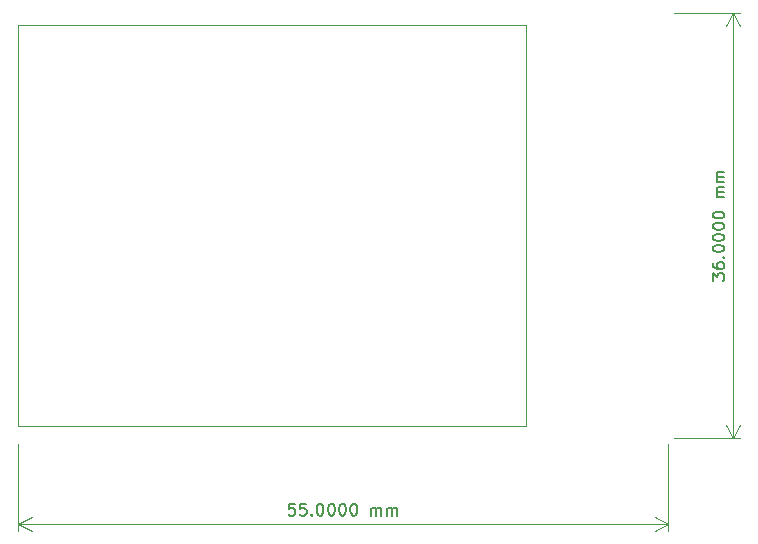
<source format=gbr>
%TF.GenerationSoftware,KiCad,Pcbnew,8.0.5-8.0.5-0~ubuntu24.04.1*%
%TF.CreationDate,2025-02-20T13:25:03+01:00*%
%TF.ProjectId,dev_board_M0,6465765f-626f-4617-9264-5f4d302e6b69,rev?*%
%TF.SameCoordinates,Original*%
%TF.FileFunction,Profile,NP*%
%FSLAX46Y46*%
G04 Gerber Fmt 4.6, Leading zero omitted, Abs format (unit mm)*
G04 Created by KiCad (PCBNEW 8.0.5-8.0.5-0~ubuntu24.04.1) date 2025-02-20 13:25:03*
%MOMM*%
%LPD*%
G01*
G04 APERTURE LIST*
%TA.AperFunction,Profile*%
%ADD10C,0.050000*%
%TD*%
%ADD11C,0.150000*%
G04 APERTURE END LIST*
D10*
X148000000Y-95000000D02*
X148000000Y-61000000D01*
X105000000Y-95000000D02*
X148000000Y-95000000D01*
X148000000Y-61000000D02*
X105000000Y-61000000D01*
X105000000Y-61000000D02*
X105000000Y-95000000D01*
D11*
X163785165Y-82666665D02*
X163785165Y-82047618D01*
X163785165Y-82047618D02*
X164166117Y-82380951D01*
X164166117Y-82380951D02*
X164166117Y-82238094D01*
X164166117Y-82238094D02*
X164213736Y-82142856D01*
X164213736Y-82142856D02*
X164261355Y-82095237D01*
X164261355Y-82095237D02*
X164356593Y-82047618D01*
X164356593Y-82047618D02*
X164594688Y-82047618D01*
X164594688Y-82047618D02*
X164689926Y-82095237D01*
X164689926Y-82095237D02*
X164737546Y-82142856D01*
X164737546Y-82142856D02*
X164785165Y-82238094D01*
X164785165Y-82238094D02*
X164785165Y-82523808D01*
X164785165Y-82523808D02*
X164737546Y-82619046D01*
X164737546Y-82619046D02*
X164689926Y-82666665D01*
X163785165Y-81190475D02*
X163785165Y-81380951D01*
X163785165Y-81380951D02*
X163832784Y-81476189D01*
X163832784Y-81476189D02*
X163880403Y-81523808D01*
X163880403Y-81523808D02*
X164023260Y-81619046D01*
X164023260Y-81619046D02*
X164213736Y-81666665D01*
X164213736Y-81666665D02*
X164594688Y-81666665D01*
X164594688Y-81666665D02*
X164689926Y-81619046D01*
X164689926Y-81619046D02*
X164737546Y-81571427D01*
X164737546Y-81571427D02*
X164785165Y-81476189D01*
X164785165Y-81476189D02*
X164785165Y-81285713D01*
X164785165Y-81285713D02*
X164737546Y-81190475D01*
X164737546Y-81190475D02*
X164689926Y-81142856D01*
X164689926Y-81142856D02*
X164594688Y-81095237D01*
X164594688Y-81095237D02*
X164356593Y-81095237D01*
X164356593Y-81095237D02*
X164261355Y-81142856D01*
X164261355Y-81142856D02*
X164213736Y-81190475D01*
X164213736Y-81190475D02*
X164166117Y-81285713D01*
X164166117Y-81285713D02*
X164166117Y-81476189D01*
X164166117Y-81476189D02*
X164213736Y-81571427D01*
X164213736Y-81571427D02*
X164261355Y-81619046D01*
X164261355Y-81619046D02*
X164356593Y-81666665D01*
X164689926Y-80666665D02*
X164737546Y-80619046D01*
X164737546Y-80619046D02*
X164785165Y-80666665D01*
X164785165Y-80666665D02*
X164737546Y-80714284D01*
X164737546Y-80714284D02*
X164689926Y-80666665D01*
X164689926Y-80666665D02*
X164785165Y-80666665D01*
X163785165Y-79999999D02*
X163785165Y-79904761D01*
X163785165Y-79904761D02*
X163832784Y-79809523D01*
X163832784Y-79809523D02*
X163880403Y-79761904D01*
X163880403Y-79761904D02*
X163975641Y-79714285D01*
X163975641Y-79714285D02*
X164166117Y-79666666D01*
X164166117Y-79666666D02*
X164404212Y-79666666D01*
X164404212Y-79666666D02*
X164594688Y-79714285D01*
X164594688Y-79714285D02*
X164689926Y-79761904D01*
X164689926Y-79761904D02*
X164737546Y-79809523D01*
X164737546Y-79809523D02*
X164785165Y-79904761D01*
X164785165Y-79904761D02*
X164785165Y-79999999D01*
X164785165Y-79999999D02*
X164737546Y-80095237D01*
X164737546Y-80095237D02*
X164689926Y-80142856D01*
X164689926Y-80142856D02*
X164594688Y-80190475D01*
X164594688Y-80190475D02*
X164404212Y-80238094D01*
X164404212Y-80238094D02*
X164166117Y-80238094D01*
X164166117Y-80238094D02*
X163975641Y-80190475D01*
X163975641Y-80190475D02*
X163880403Y-80142856D01*
X163880403Y-80142856D02*
X163832784Y-80095237D01*
X163832784Y-80095237D02*
X163785165Y-79999999D01*
X163785165Y-79047618D02*
X163785165Y-78952380D01*
X163785165Y-78952380D02*
X163832784Y-78857142D01*
X163832784Y-78857142D02*
X163880403Y-78809523D01*
X163880403Y-78809523D02*
X163975641Y-78761904D01*
X163975641Y-78761904D02*
X164166117Y-78714285D01*
X164166117Y-78714285D02*
X164404212Y-78714285D01*
X164404212Y-78714285D02*
X164594688Y-78761904D01*
X164594688Y-78761904D02*
X164689926Y-78809523D01*
X164689926Y-78809523D02*
X164737546Y-78857142D01*
X164737546Y-78857142D02*
X164785165Y-78952380D01*
X164785165Y-78952380D02*
X164785165Y-79047618D01*
X164785165Y-79047618D02*
X164737546Y-79142856D01*
X164737546Y-79142856D02*
X164689926Y-79190475D01*
X164689926Y-79190475D02*
X164594688Y-79238094D01*
X164594688Y-79238094D02*
X164404212Y-79285713D01*
X164404212Y-79285713D02*
X164166117Y-79285713D01*
X164166117Y-79285713D02*
X163975641Y-79238094D01*
X163975641Y-79238094D02*
X163880403Y-79190475D01*
X163880403Y-79190475D02*
X163832784Y-79142856D01*
X163832784Y-79142856D02*
X163785165Y-79047618D01*
X163785165Y-78095237D02*
X163785165Y-77999999D01*
X163785165Y-77999999D02*
X163832784Y-77904761D01*
X163832784Y-77904761D02*
X163880403Y-77857142D01*
X163880403Y-77857142D02*
X163975641Y-77809523D01*
X163975641Y-77809523D02*
X164166117Y-77761904D01*
X164166117Y-77761904D02*
X164404212Y-77761904D01*
X164404212Y-77761904D02*
X164594688Y-77809523D01*
X164594688Y-77809523D02*
X164689926Y-77857142D01*
X164689926Y-77857142D02*
X164737546Y-77904761D01*
X164737546Y-77904761D02*
X164785165Y-77999999D01*
X164785165Y-77999999D02*
X164785165Y-78095237D01*
X164785165Y-78095237D02*
X164737546Y-78190475D01*
X164737546Y-78190475D02*
X164689926Y-78238094D01*
X164689926Y-78238094D02*
X164594688Y-78285713D01*
X164594688Y-78285713D02*
X164404212Y-78333332D01*
X164404212Y-78333332D02*
X164166117Y-78333332D01*
X164166117Y-78333332D02*
X163975641Y-78285713D01*
X163975641Y-78285713D02*
X163880403Y-78238094D01*
X163880403Y-78238094D02*
X163832784Y-78190475D01*
X163832784Y-78190475D02*
X163785165Y-78095237D01*
X163785165Y-77142856D02*
X163785165Y-77047618D01*
X163785165Y-77047618D02*
X163832784Y-76952380D01*
X163832784Y-76952380D02*
X163880403Y-76904761D01*
X163880403Y-76904761D02*
X163975641Y-76857142D01*
X163975641Y-76857142D02*
X164166117Y-76809523D01*
X164166117Y-76809523D02*
X164404212Y-76809523D01*
X164404212Y-76809523D02*
X164594688Y-76857142D01*
X164594688Y-76857142D02*
X164689926Y-76904761D01*
X164689926Y-76904761D02*
X164737546Y-76952380D01*
X164737546Y-76952380D02*
X164785165Y-77047618D01*
X164785165Y-77047618D02*
X164785165Y-77142856D01*
X164785165Y-77142856D02*
X164737546Y-77238094D01*
X164737546Y-77238094D02*
X164689926Y-77285713D01*
X164689926Y-77285713D02*
X164594688Y-77333332D01*
X164594688Y-77333332D02*
X164404212Y-77380951D01*
X164404212Y-77380951D02*
X164166117Y-77380951D01*
X164166117Y-77380951D02*
X163975641Y-77333332D01*
X163975641Y-77333332D02*
X163880403Y-77285713D01*
X163880403Y-77285713D02*
X163832784Y-77238094D01*
X163832784Y-77238094D02*
X163785165Y-77142856D01*
X164785165Y-75619046D02*
X164118498Y-75619046D01*
X164213736Y-75619046D02*
X164166117Y-75571427D01*
X164166117Y-75571427D02*
X164118498Y-75476189D01*
X164118498Y-75476189D02*
X164118498Y-75333332D01*
X164118498Y-75333332D02*
X164166117Y-75238094D01*
X164166117Y-75238094D02*
X164261355Y-75190475D01*
X164261355Y-75190475D02*
X164785165Y-75190475D01*
X164261355Y-75190475D02*
X164166117Y-75142856D01*
X164166117Y-75142856D02*
X164118498Y-75047618D01*
X164118498Y-75047618D02*
X164118498Y-74904761D01*
X164118498Y-74904761D02*
X164166117Y-74809522D01*
X164166117Y-74809522D02*
X164261355Y-74761903D01*
X164261355Y-74761903D02*
X164785165Y-74761903D01*
X164785165Y-74285713D02*
X164118498Y-74285713D01*
X164213736Y-74285713D02*
X164166117Y-74238094D01*
X164166117Y-74238094D02*
X164118498Y-74142856D01*
X164118498Y-74142856D02*
X164118498Y-73999999D01*
X164118498Y-73999999D02*
X164166117Y-73904761D01*
X164166117Y-73904761D02*
X164261355Y-73857142D01*
X164261355Y-73857142D02*
X164785165Y-73857142D01*
X164261355Y-73857142D02*
X164166117Y-73809523D01*
X164166117Y-73809523D02*
X164118498Y-73714285D01*
X164118498Y-73714285D02*
X164118498Y-73571428D01*
X164118498Y-73571428D02*
X164166117Y-73476189D01*
X164166117Y-73476189D02*
X164261355Y-73428570D01*
X164261355Y-73428570D02*
X164785165Y-73428570D01*
D10*
X160500000Y-96000000D02*
X166066766Y-96000000D01*
X160500000Y-60000000D02*
X166066766Y-60000000D01*
X165480346Y-96000000D02*
X165480346Y-60000000D01*
X165480346Y-96000000D02*
X165480346Y-60000000D01*
X165480346Y-96000000D02*
X164893925Y-94873496D01*
X165480346Y-96000000D02*
X166066767Y-94873496D01*
X165480346Y-60000000D02*
X166066767Y-61126504D01*
X165480346Y-60000000D02*
X164893925Y-61126504D01*
D11*
X128404762Y-101554819D02*
X127928572Y-101554819D01*
X127928572Y-101554819D02*
X127880953Y-102031009D01*
X127880953Y-102031009D02*
X127928572Y-101983390D01*
X127928572Y-101983390D02*
X128023810Y-101935771D01*
X128023810Y-101935771D02*
X128261905Y-101935771D01*
X128261905Y-101935771D02*
X128357143Y-101983390D01*
X128357143Y-101983390D02*
X128404762Y-102031009D01*
X128404762Y-102031009D02*
X128452381Y-102126247D01*
X128452381Y-102126247D02*
X128452381Y-102364342D01*
X128452381Y-102364342D02*
X128404762Y-102459580D01*
X128404762Y-102459580D02*
X128357143Y-102507200D01*
X128357143Y-102507200D02*
X128261905Y-102554819D01*
X128261905Y-102554819D02*
X128023810Y-102554819D01*
X128023810Y-102554819D02*
X127928572Y-102507200D01*
X127928572Y-102507200D02*
X127880953Y-102459580D01*
X129357143Y-101554819D02*
X128880953Y-101554819D01*
X128880953Y-101554819D02*
X128833334Y-102031009D01*
X128833334Y-102031009D02*
X128880953Y-101983390D01*
X128880953Y-101983390D02*
X128976191Y-101935771D01*
X128976191Y-101935771D02*
X129214286Y-101935771D01*
X129214286Y-101935771D02*
X129309524Y-101983390D01*
X129309524Y-101983390D02*
X129357143Y-102031009D01*
X129357143Y-102031009D02*
X129404762Y-102126247D01*
X129404762Y-102126247D02*
X129404762Y-102364342D01*
X129404762Y-102364342D02*
X129357143Y-102459580D01*
X129357143Y-102459580D02*
X129309524Y-102507200D01*
X129309524Y-102507200D02*
X129214286Y-102554819D01*
X129214286Y-102554819D02*
X128976191Y-102554819D01*
X128976191Y-102554819D02*
X128880953Y-102507200D01*
X128880953Y-102507200D02*
X128833334Y-102459580D01*
X129833334Y-102459580D02*
X129880953Y-102507200D01*
X129880953Y-102507200D02*
X129833334Y-102554819D01*
X129833334Y-102554819D02*
X129785715Y-102507200D01*
X129785715Y-102507200D02*
X129833334Y-102459580D01*
X129833334Y-102459580D02*
X129833334Y-102554819D01*
X130500000Y-101554819D02*
X130595238Y-101554819D01*
X130595238Y-101554819D02*
X130690476Y-101602438D01*
X130690476Y-101602438D02*
X130738095Y-101650057D01*
X130738095Y-101650057D02*
X130785714Y-101745295D01*
X130785714Y-101745295D02*
X130833333Y-101935771D01*
X130833333Y-101935771D02*
X130833333Y-102173866D01*
X130833333Y-102173866D02*
X130785714Y-102364342D01*
X130785714Y-102364342D02*
X130738095Y-102459580D01*
X130738095Y-102459580D02*
X130690476Y-102507200D01*
X130690476Y-102507200D02*
X130595238Y-102554819D01*
X130595238Y-102554819D02*
X130500000Y-102554819D01*
X130500000Y-102554819D02*
X130404762Y-102507200D01*
X130404762Y-102507200D02*
X130357143Y-102459580D01*
X130357143Y-102459580D02*
X130309524Y-102364342D01*
X130309524Y-102364342D02*
X130261905Y-102173866D01*
X130261905Y-102173866D02*
X130261905Y-101935771D01*
X130261905Y-101935771D02*
X130309524Y-101745295D01*
X130309524Y-101745295D02*
X130357143Y-101650057D01*
X130357143Y-101650057D02*
X130404762Y-101602438D01*
X130404762Y-101602438D02*
X130500000Y-101554819D01*
X131452381Y-101554819D02*
X131547619Y-101554819D01*
X131547619Y-101554819D02*
X131642857Y-101602438D01*
X131642857Y-101602438D02*
X131690476Y-101650057D01*
X131690476Y-101650057D02*
X131738095Y-101745295D01*
X131738095Y-101745295D02*
X131785714Y-101935771D01*
X131785714Y-101935771D02*
X131785714Y-102173866D01*
X131785714Y-102173866D02*
X131738095Y-102364342D01*
X131738095Y-102364342D02*
X131690476Y-102459580D01*
X131690476Y-102459580D02*
X131642857Y-102507200D01*
X131642857Y-102507200D02*
X131547619Y-102554819D01*
X131547619Y-102554819D02*
X131452381Y-102554819D01*
X131452381Y-102554819D02*
X131357143Y-102507200D01*
X131357143Y-102507200D02*
X131309524Y-102459580D01*
X131309524Y-102459580D02*
X131261905Y-102364342D01*
X131261905Y-102364342D02*
X131214286Y-102173866D01*
X131214286Y-102173866D02*
X131214286Y-101935771D01*
X131214286Y-101935771D02*
X131261905Y-101745295D01*
X131261905Y-101745295D02*
X131309524Y-101650057D01*
X131309524Y-101650057D02*
X131357143Y-101602438D01*
X131357143Y-101602438D02*
X131452381Y-101554819D01*
X132404762Y-101554819D02*
X132500000Y-101554819D01*
X132500000Y-101554819D02*
X132595238Y-101602438D01*
X132595238Y-101602438D02*
X132642857Y-101650057D01*
X132642857Y-101650057D02*
X132690476Y-101745295D01*
X132690476Y-101745295D02*
X132738095Y-101935771D01*
X132738095Y-101935771D02*
X132738095Y-102173866D01*
X132738095Y-102173866D02*
X132690476Y-102364342D01*
X132690476Y-102364342D02*
X132642857Y-102459580D01*
X132642857Y-102459580D02*
X132595238Y-102507200D01*
X132595238Y-102507200D02*
X132500000Y-102554819D01*
X132500000Y-102554819D02*
X132404762Y-102554819D01*
X132404762Y-102554819D02*
X132309524Y-102507200D01*
X132309524Y-102507200D02*
X132261905Y-102459580D01*
X132261905Y-102459580D02*
X132214286Y-102364342D01*
X132214286Y-102364342D02*
X132166667Y-102173866D01*
X132166667Y-102173866D02*
X132166667Y-101935771D01*
X132166667Y-101935771D02*
X132214286Y-101745295D01*
X132214286Y-101745295D02*
X132261905Y-101650057D01*
X132261905Y-101650057D02*
X132309524Y-101602438D01*
X132309524Y-101602438D02*
X132404762Y-101554819D01*
X133357143Y-101554819D02*
X133452381Y-101554819D01*
X133452381Y-101554819D02*
X133547619Y-101602438D01*
X133547619Y-101602438D02*
X133595238Y-101650057D01*
X133595238Y-101650057D02*
X133642857Y-101745295D01*
X133642857Y-101745295D02*
X133690476Y-101935771D01*
X133690476Y-101935771D02*
X133690476Y-102173866D01*
X133690476Y-102173866D02*
X133642857Y-102364342D01*
X133642857Y-102364342D02*
X133595238Y-102459580D01*
X133595238Y-102459580D02*
X133547619Y-102507200D01*
X133547619Y-102507200D02*
X133452381Y-102554819D01*
X133452381Y-102554819D02*
X133357143Y-102554819D01*
X133357143Y-102554819D02*
X133261905Y-102507200D01*
X133261905Y-102507200D02*
X133214286Y-102459580D01*
X133214286Y-102459580D02*
X133166667Y-102364342D01*
X133166667Y-102364342D02*
X133119048Y-102173866D01*
X133119048Y-102173866D02*
X133119048Y-101935771D01*
X133119048Y-101935771D02*
X133166667Y-101745295D01*
X133166667Y-101745295D02*
X133214286Y-101650057D01*
X133214286Y-101650057D02*
X133261905Y-101602438D01*
X133261905Y-101602438D02*
X133357143Y-101554819D01*
X134880953Y-102554819D02*
X134880953Y-101888152D01*
X134880953Y-101983390D02*
X134928572Y-101935771D01*
X134928572Y-101935771D02*
X135023810Y-101888152D01*
X135023810Y-101888152D02*
X135166667Y-101888152D01*
X135166667Y-101888152D02*
X135261905Y-101935771D01*
X135261905Y-101935771D02*
X135309524Y-102031009D01*
X135309524Y-102031009D02*
X135309524Y-102554819D01*
X135309524Y-102031009D02*
X135357143Y-101935771D01*
X135357143Y-101935771D02*
X135452381Y-101888152D01*
X135452381Y-101888152D02*
X135595238Y-101888152D01*
X135595238Y-101888152D02*
X135690477Y-101935771D01*
X135690477Y-101935771D02*
X135738096Y-102031009D01*
X135738096Y-102031009D02*
X135738096Y-102554819D01*
X136214286Y-102554819D02*
X136214286Y-101888152D01*
X136214286Y-101983390D02*
X136261905Y-101935771D01*
X136261905Y-101935771D02*
X136357143Y-101888152D01*
X136357143Y-101888152D02*
X136500000Y-101888152D01*
X136500000Y-101888152D02*
X136595238Y-101935771D01*
X136595238Y-101935771D02*
X136642857Y-102031009D01*
X136642857Y-102031009D02*
X136642857Y-102554819D01*
X136642857Y-102031009D02*
X136690476Y-101935771D01*
X136690476Y-101935771D02*
X136785714Y-101888152D01*
X136785714Y-101888152D02*
X136928571Y-101888152D01*
X136928571Y-101888152D02*
X137023810Y-101935771D01*
X137023810Y-101935771D02*
X137071429Y-102031009D01*
X137071429Y-102031009D02*
X137071429Y-102554819D01*
D10*
X105000000Y-96500000D02*
X105000000Y-103836420D01*
X160000000Y-96500000D02*
X160000000Y-103836420D01*
X105000000Y-103250000D02*
X160000000Y-103250000D01*
X105000000Y-103250000D02*
X160000000Y-103250000D01*
X105000000Y-103250000D02*
X106126504Y-102663579D01*
X105000000Y-103250000D02*
X106126504Y-103836421D01*
X160000000Y-103250000D02*
X158873496Y-103836421D01*
X160000000Y-103250000D02*
X158873496Y-102663579D01*
M02*

</source>
